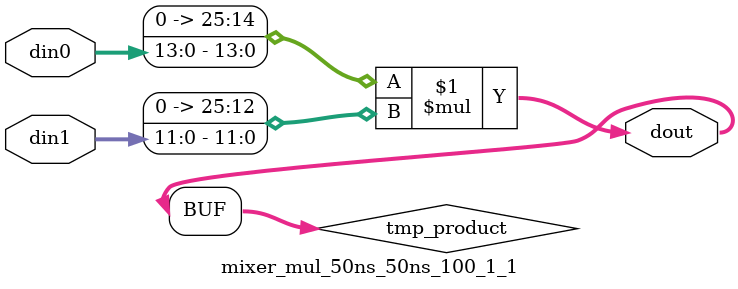
<source format=v>

`timescale 1 ns / 1 ps

 module mixer_mul_50ns_50ns_100_1_1(din0, din1, dout);
parameter ID = 1;
parameter NUM_STAGE = 0;
parameter din0_WIDTH = 14;
parameter din1_WIDTH = 12;
parameter dout_WIDTH = 26;

input [din0_WIDTH - 1 : 0] din0; 
input [din1_WIDTH - 1 : 0] din1; 
output [dout_WIDTH - 1 : 0] dout;

wire signed [dout_WIDTH - 1 : 0] tmp_product;
























assign tmp_product = $signed({1'b0, din0}) * $signed({1'b0, din1});











assign dout = tmp_product;





















endmodule

</source>
